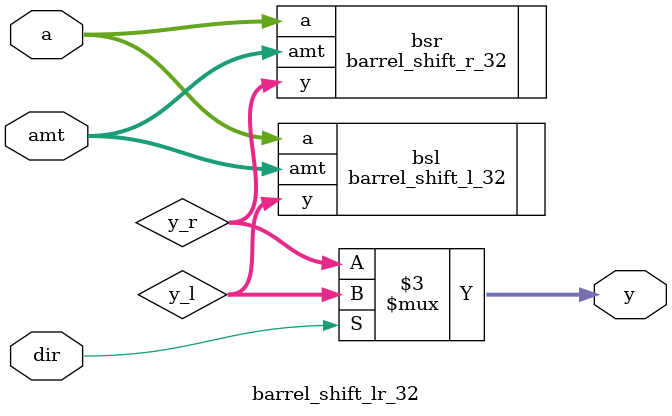
<source format=sv>
`timescale 1ns / 1ps

module barrel_shift_lr_32(
    input logic [31:0] a,
    input logic dir,
    input logic [4:0] amt,
    output logic [31:0] y
    );
    
    logic [31:0] y_l;
    logic [31:0] y_r;
    
    barrel_shift_l_32 bsl(.a(a), .amt(amt), .y(y_l));
    barrel_shift_r_32 bsr(.a(a), .amt(amt), .y(y_r));
    
    always_comb
        if (dir)
            y = y_l;
        else
            y = y_r;
endmodule

</source>
